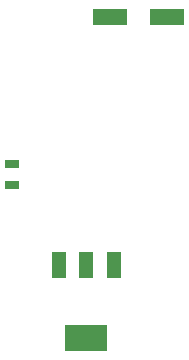
<source format=gbr>
G04 EAGLE Gerber RS-274X export*
G75*
%MOMM*%
%FSLAX34Y34*%
%LPD*%
%INSolderpaste Top*%
%IPPOS*%
%AMOC8*
5,1,8,0,0,1.08239X$1,22.5*%
G01*
%ADD10R,3.000000X1.400000*%
%ADD11R,1.200000X0.800000*%
%ADD12R,1.219200X2.235200*%
%ADD13R,3.600000X2.200000*%


D10*
X239900Y431800D03*
X191900Y431800D03*
D11*
X108260Y307460D03*
X108260Y289460D03*
D12*
X194564Y221488D03*
X171450Y221488D03*
X148336Y221488D03*
D13*
X171450Y159510D03*
M02*

</source>
